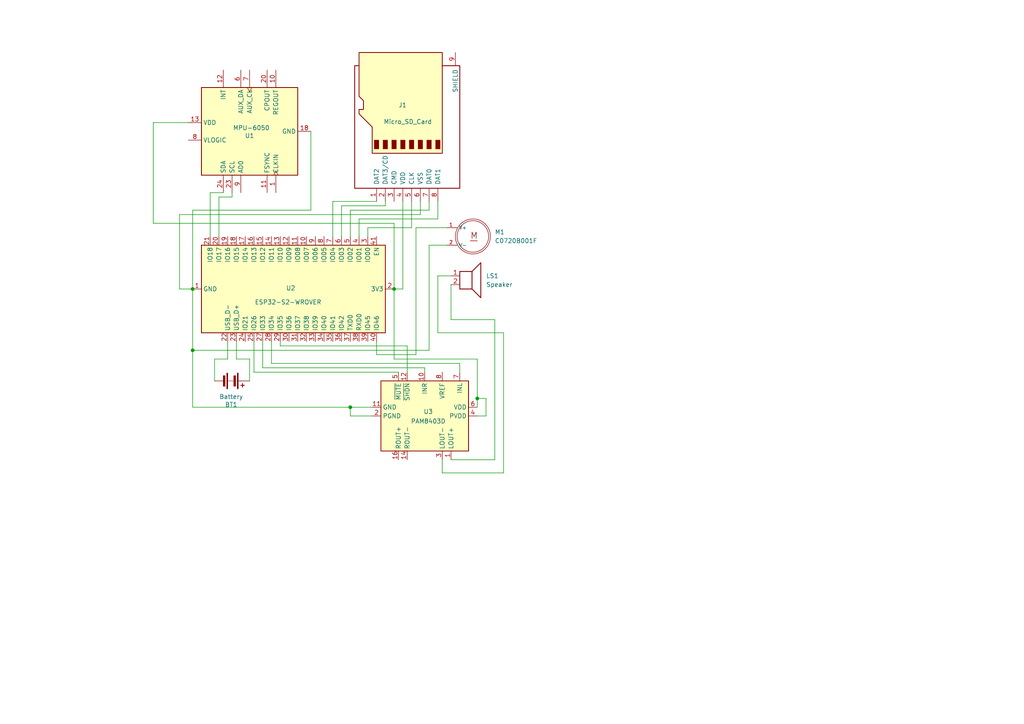
<source format=kicad_sch>
(kicad_sch (version 20231120) (generator "eeschema") (generator_version "8.0")
  (paper "A4")
  (title_block (title "Circuit Diagram : Nbytes") (date "18/9/2024"))
  (lib_symbols
    (symbol "Amplifier_Audio:PAM8403D"
      (property "Reference" "U" (at 1.27 16.51 0))
      (property "Value" "PAM8403D" (at 6.096 14.224 0))
      (symbol "PAM8403D_0_1"
        (rectangle (start -10.16 12.7) (end 10.16 -12.7) (stroke (width 0.254)) (fill (type background)))
      )
      (symbol "PAM8403D_1_1"
        (pin output line (at 12.7 7.62 180) (length 2.54) (name "LOUT+") (number "1"))
        (pin input line (at -12.7 0 0) (length 2.54) (name "INR") (number "10"))
        (pin power_in line (at -2.54 -15.24 90) (length 2.54) (name "GND") (number "11"))
        (pin input line (at -12.7 -5.08 0) (length 2.54) (name "~{SHDN}") (number "12"))
        (pin passive line (at 0 15.24 270) (length 2.54) hide (name "PVDD") (number "13"))
        (pin output line (at 12.7 -5.08 180) (length 2.54) (name "ROUT-") (number "14"))
        (pin passive line (at 0 -15.24 90) (length 2.54) hide (name "PGND") (number "15"))
        (pin output line (at 12.7 -7.62 180) (length 2.54) (name "ROUT+") (number "16"))
        (pin power_in line (at 0 -15.24 90) (length 2.54) (name "PGND") (number "2"))
        (pin output line (at 12.7 5.08 180) (length 2.54) (name "LOUT-") (number "3"))
        (pin power_in line (at 0 15.24 270) (length 2.54) (name "PVDD") (number "4"))
        (pin input line (at -12.7 -7.62 0) (length 2.54) (name "~{MUTE}") (number "5"))
        (pin power_in line (at -2.54 15.24 270) (length 2.54) (name "VDD") (number "6"))
        (pin input line (at -12.7 10.16 0) (length 2.54) (name "INL") (number "7"))
        (pin input line (at -12.7 5.08 0) (length 2.54) (name "VREF") (number "8"))
        (pin no_connect line (at 10.16 -10.16 180) (length 2.54) hide (name "NC") (number "9"))
      )
    )
    (symbol "C0720B001F:C0720B001F" (pin_names (offset 1.016))
      (property "Reference" "M" (at -6.3725 6.5 0))
      (property "Value" "C0720B001F" (at -5.5952 -9.0285 0))
      (symbol "C0720B001F_0_0"
        (polyline (pts (xy -5.08 2.54) (xy -4.572 2.54)) (stroke (width 0.1524)))
        (polyline (pts (xy -4.572 -2.54) (xy -5.08 -2.54)) (stroke (width 0.1524)))
        (polyline (pts (xy -0.762 -1.27) (xy 1.27 -1.27)) (stroke (width 0.1524)))
        (circle (center 0 0) (radius 4.572) (stroke (width 0.1524)))
        (circle (center 0 0) (radius 5.08) (stroke (width 0.1524)))
        (text "M" (at -0.7635 -0.7635 0) (effects (font (size 1.7815 1.7815)) (justify left bottom)))
        (pin power_in line (at -7.62 2.54 0) (length 2.54) (name "V+") (number "1"))
        (pin power_in line (at -7.62 -2.54 0) (length 2.54) (name "V-") (number "2"))
      )
    )
    (symbol "Connector:Micro_SD_Card" (pin_names (offset 1.016))
      (property "Reference" "J" (at -16.51 15.24 0))
      (property "Value" "Micro_SD_Card" (at 16.51 15.24 0))
      (symbol "Micro_SD_Card_0_1"
        (rectangle (start -7.62 -9.525) (end -5.08 -10.795) (fill (type outline)))
        (rectangle (start -7.62 -6.985) (end -5.08 -8.255) (fill (type outline)))
        (rectangle (start -7.62 -4.445) (end -5.08 -5.715) (fill (type outline)))
        (rectangle (start -7.62 -1.905) (end -5.08 -3.175) (fill (type outline)))
        (rectangle (start -7.62 0.635) (end -5.08 -0.635) (fill (type outline)))
        (rectangle (start -7.62 3.175) (end -5.08 1.905) (fill (type outline)))
        (rectangle (start -7.62 5.715) (end -5.08 4.445) (fill (type outline)))
        (rectangle (start -7.62 8.255) (end -5.08 6.985) (fill (type outline)))
        (polyline (pts (xy 16.51 12.7) (xy 16.51 13.97) (xy -19.05 13.97) (xy -19.05 -16.51) (xy 16.51 -16.51) (xy 16.51 -11.43)) (stroke (width 0.254)))
        (polyline (pts (xy -8.89 -11.43) (xy -8.89 8.89) (xy -1.27 8.89) (xy 2.54 12.7) (xy 3.81 12.7) (xy 3.81 11.43) (xy 6.35 11.43) (xy 7.62 12.7) (xy 20.32 12.7) (xy 20.32 -11.43) (xy -8.89 -11.43)) (stroke (width 0.254)) (fill (type background)))
      )
      (symbol "Micro_SD_Card_1_1"
        (pin bidirectional line (at -22.86 7.62 0) (length 3.81) (name "DAT2") (number "1"))
        (pin bidirectional line (at -22.86 5.08 0) (length 3.81) (name "DAT3/CD") (number "2"))
        (pin input line (at -22.86 2.54 0) (length 3.81) (name "CMD") (number "3"))
        (pin power_in line (at -22.86 0 0) (length 3.81) (name "VDD") (number "4"))
        (pin input line (at -22.86 -2.54 0) (length 3.81) (name "CLK") (number "5"))
        (pin power_in line (at -22.86 -5.08 0) (length 3.81) (name "VSS") (number "6"))
        (pin bidirectional line (at -22.86 -7.62 0) (length 3.81) (name "DAT0") (number "7"))
        (pin bidirectional line (at -22.86 -10.16 0) (length 3.81) (name "DAT1") (number "8"))
        (pin passive line (at 20.32 -15.24 180) (length 3.81) (name "SHIELD") (number "9"))
      )
    )
    (symbol "Device:Battery" (pin_numbers hide) (pin_names (offset 0) hide)
      (property "Reference" "BT" (at 2.54 2.54 0))
      (property "Value" "Battery" (at 2.54 0 0))
      (symbol "Battery_0_1"
        (rectangle (start -2.286 -1.27) (end 2.286 -1.524) (fill (type outline)))
        (rectangle (start -2.286 1.778) (end 2.286 1.524) (fill (type outline)))
        (rectangle (start -1.524 -2.032) (end 1.524 -2.54) (fill (type outline)))
        (rectangle (start -1.524 1.016) (end 1.524 0.508) (fill (type outline)))
        (polyline (pts (xy 0 -1.016) (xy 0 -0.762)))
        (polyline (pts (xy 0 -0.508) (xy 0 -0.254)))
        (polyline (pts (xy 0 0) (xy 0 0.254)))
        (polyline (pts (xy 0 1.778) (xy 0 2.54)))
        (polyline (pts (xy 0.762 3.048) (xy 1.778 3.048)) (stroke (width 0.254)))
        (polyline (pts (xy 1.27 3.556) (xy 1.27 2.54)) (stroke (width 0.254)))
      )
      (symbol "Battery_1_1"
        (pin passive line (at 0 5.08 270) (length 2.54) (name "+") (number "1"))
        (pin passive line (at 0 -5.08 90) (length 2.54) (name "-") (number "2"))
      )
    )
    (symbol "Device:Speaker" (pin_names (offset 0) hide)
      (property "Reference" "LS" (at 1.27 5.715 0))
      (property "Value" "Speaker" (at 1.27 3.81 0))
      (symbol "Speaker_0_0"
        (rectangle (start -2.54 1.27) (end 1.016 -3.81) (stroke (width 0.254)))
        (polyline (pts (xy 1.016 1.27) (xy 3.556 3.81) (xy 3.556 -6.35) (xy 1.016 -3.81)) (stroke (width 0.254)))
      )
      (symbol "Speaker_1_1"
        (pin input line (at -5.08 0 0) (length 2.54) (name "1") (number "1"))
        (pin input line (at -5.08 -2.54 0) (length 2.54) (name "2") (number "2"))
      )
    )
    (symbol "RF_Module:ESP32-S2-WROVER"
      (property "Reference" "U" (at -12.7 29.21 0))
      (property "Value" "ESP32-S2-WROVER" (at 2.54 29.21 0))
      (symbol "ESP32-S2-WROVER_0_1"
        (rectangle (start -12.7 27.94) (end 12.7 -25.4) (stroke (width 0.254)) (fill (type background)))
      )
      (symbol "ESP32-S2-WROVER_1_1"
        (pin power_in line (at 0 -27.94 90) (length 2.54) (name "GND") (number "1"))
        (pin bidirectional line (at -15.24 5.08 0) (length 2.54) (name "IO07") (number "10"))
        (pin bidirectional line (at -15.24 2.54 0) (length 2.54) (name "IO08") (number "11"))
        (pin bidirectional line (at -15.24 0 0) (length 2.54) (name "IO09") (number "12"))
        (pin bidirectional line (at -15.24 -2.54 0) (length 2.54) (name "IO10") (number "13"))
        (pin bidirectional line (at -15.24 -5.08 0) (length 2.54) (name "IO11") (number "14"))
        (pin bidirectional line (at -15.24 -7.62 0) (length 2.54) (name "IO12") (number "15"))
        (pin bidirectional line (at -15.24 -10.16 0) (length 2.54) (name "IO13") (number "16"))
        (pin bidirectional line (at -15.24 -12.7 0) (length 2.54) (name "IO14") (number "17"))
        (pin bidirectional line (at -15.24 -15.24 0) (length 2.54) (name "IO15") (number "18"))
        (pin bidirectional line (at -15.24 -17.78 0) (length 2.54) (name "IO16") (number "19"))
        (pin power_in line (at 0 30.48 270) (length 2.54) (name "3V3") (number "2"))
        (pin bidirectional line (at -15.24 -20.32 0) (length 2.54) (name "IO17") (number "20"))
        (pin bidirectional line (at -15.24 -22.86 0) (length 2.54) (name "IO18") (number "21"))
        (pin bidirectional line (at 15.24 -17.78 180) (length 2.54) (name "USB_D-") (number "22"))
        (pin bidirectional line (at 15.24 -15.24 180) (length 2.54) (name "USB_D+") (number "23"))
        (pin bidirectional line (at 15.24 -12.7 180) (length 2.54) (name "IO21") (number "24"))
        (pin bidirectional line (at 15.24 -10.16 180) (length 2.54) (name "IO26") (number "25"))
        (pin passive line (at 0 -27.94 90) (length 2.54) hide (name "GND") (number "26"))
        (pin bidirectional line (at 15.24 -7.62 180) (length 2.54) (name "IO33") (number "27"))
        (pin bidirectional line (at 15.24 -5.08 180) (length 2.54) (name "IO34") (number "28"))
        (pin bidirectional line (at 15.24 -2.54 180) (length 2.54) (name "IO35") (number "29"))
        (pin bidirectional line (at -15.24 22.86 0) (length 2.54) (name "IO00") (number "3"))
        (pin bidirectional line (at 15.24 0 180) (length 2.54) (name "IO36") (number "30"))
        (pin bidirectional line (at 15.24 2.54 180) (length 2.54) (name "IO37") (number "31"))
        (pin bidirectional line (at 15.24 5.08 180) (length 2.54) (name "IO38") (number "32"))
        (pin bidirectional line (at 15.24 7.62 180) (length 2.54) (name "IO39") (number "33"))
        (pin bidirectional line (at 15.24 10.16 180) (length 2.54) (name "IO40") (number "34"))
        (pin bidirectional line (at 15.24 12.7 180) (length 2.54) (name "IO41") (number "35"))
        (pin bidirectional line (at 15.24 15.24 180) (length 2.54) (name "IO42") (number "36"))
        (pin bidirectional line (at 15.24 17.78 180) (length 2.54) (name "TXD0") (number "37"))
        (pin bidirectional line (at 15.24 20.32 180) (length 2.54) (name "RXD0") (number "38"))
        (pin bidirectional line (at 15.24 22.86 180) (length 2.54) (name "IO45") (number "39"))
        (pin bidirectional line (at -15.24 20.32 0) (length 2.54) (name "IO01") (number "4"))
        (pin input line (at 15.24 25.4 180) (length 2.54) (name "IO46") (number "40"))
        (pin input line (at -15.24 25.4 0) (length 2.54) (name "EN") (number "41"))
        (pin passive line (at 0 -27.94 90) (length 2.54) hide (name "GND") (number "42"))
        (pin passive line (at 0 -27.94 90) (length 2.54) hide (name "GND") (number "43"))
        (pin bidirectional line (at -15.24 17.78 0) (length 2.54) (name "IO02") (number "5"))
        (pin bidirectional line (at -15.24 15.24 0) (length 2.54) (name "IO03") (number "6"))
        (pin bidirectional line (at -15.24 12.7 0) (length 2.54) (name "IO04") (number "7"))
        (pin bidirectional line (at -15.24 10.16 0) (length 2.54) (name "IO05") (number "8"))
        (pin bidirectional line (at -15.24 7.62 0) (length 2.54) (name "IO06") (number "9"))
      )
    )
    (symbol "Sensor_Motion:MPU-6050"
      (property "Reference" "U" (at -11.43 13.97 0))
      (property "Value" "MPU-6050" (at 7.62 -15.24 0))
      (symbol "MPU-6050_0_0"
        (text "" (at 12.7 -2.54 0) (effects (font (size 1.27 1.27))))
      )
      (symbol "MPU-6050_0_1"
        (rectangle (start -12.7 13.97) (end 12.7 -13.97) (stroke (width 0.254)) (fill (type background)))
      )
      (symbol "MPU-6050_1_1"
        (pin input clock (at -17.78 -7.62 0) (length 5.08) (name "CLKIN") (number "1"))
        (pin passive line (at 17.78 -7.62 180) (length 5.08) (name "REGOUT") (number "10"))
        (pin input line (at -17.78 -5.08 0) (length 5.08) (name "FSYNC") (number "11"))
        (pin output line (at 17.78 7.62 180) (length 5.08) (name "INT") (number "12"))
        (pin power_in line (at 2.54 17.78 270) (length 3.81) (name "VDD") (number "13"))
        (pin no_connect line (at -12.7 -10.16 0) (length 2.54) hide (name "NC") (number "14"))
        (pin no_connect line (at 12.7 12.7 180) (length 2.54) hide (name "NC") (number "15"))
        (pin no_connect line (at 12.7 10.16 180) (length 2.54) hide (name "NC") (number "16"))
        (pin no_connect line (at 12.7 5.08 180) (length 2.54) hide (name "NC") (number "17"))
        (pin power_in line (at 0 -17.78 90) (length 3.81) (name "GND") (number "18"))
        (pin no_connect line (at 12.7 -10.16 180) (length 2.54) hide (name "RESV") (number "19"))
        (pin no_connect line (at -12.7 12.7 0) (length 2.54) hide (name "NC") (number "2"))
        (pin passive line (at 17.78 -5.08 180) (length 5.08) (name "CPOUT") (number "20"))
        (pin no_connect line (at 12.7 -2.54 180) (length 2.54) hide (name "RESV") (number "21"))
        (pin no_connect line (at 12.7 -12.7 180) (length 2.54) hide (name "RESV") (number "22"))
        (pin input line (at -17.78 5.08 0) (length 5.08) (name "SCL") (number "23"))
        (pin bidirectional line (at -17.78 7.62 0) (length 5.08) (name "SDA") (number "24"))
        (pin no_connect line (at -12.7 10.16 0) (length 2.54) hide (name "NC") (number "3"))
        (pin no_connect line (at -12.7 0 0) (length 2.54) hide (name "NC") (number "4"))
        (pin no_connect line (at -12.7 -2.54 0) (length 2.54) hide (name "NC") (number "5"))
        (pin bidirectional line (at 17.78 2.54 180) (length 5.08) (name "AUX_DA") (number "6"))
        (pin output clock (at 17.78 0 180) (length 5.08) (name "AUX_CL") (number "7"))
        (pin power_in line (at -2.54 17.78 270) (length 3.81) (name "VLOGIC") (number "8"))
        (pin input line (at -17.78 2.54 0) (length 5.08) (name "AD0") (number "9"))
      )
    )
  )
  (junction (at 114.3 83.82))
  (junction (at 55.88 101.6))
  (junction (at 101.6 118.11))
  (junction (at 55.88 83.82))
  (junction (at 138.43 115.57))
  (wire (pts (xy 123.19 106.68) (xy 76.2 106.68)))
  (wire (pts (xy 107.95 120.65) (xy 101.6 120.65)))
  (wire (pts (xy 52.07 62.23) (xy 52.07 83.82)))
  (wire (pts (xy 118.11 107.95) (xy 118.11 100.33)))
  (wire (pts (xy 118.11 100.33) (xy 81.28 100.33)))
  (wire (pts (xy 130.81 92.71) (xy 130.81 82.55)))
  (wire (pts (xy 114.3 104.14) (xy 138.43 104.14)))
  (wire (pts (xy 66.04 104.14) (xy 66.04 99.06)))
  (wire (pts (xy 124.46 60.96) (xy 101.6 60.96)))
  (wire (pts (xy 124.46 58.42) (xy 124.46 60.96)))
  (wire (pts (xy 90.17 38.1) (xy 90.17 60.96)))
  (wire (pts (xy 120.65 102.87) (xy 109.22 102.87)))
  (wire (pts (xy 109.22 58.42) (xy 96.52 58.42)))
  (wire (pts (xy 55.88 60.96) (xy 55.88 83.82)))
  (wire (pts (xy 130.81 133.35) (xy 143.51 133.35)))
  (wire (pts (xy 140.97 115.57) (xy 138.43 115.57)))
  (wire (pts (xy 130.81 80.01) (xy 127 80.01)))
  (wire (pts (xy 115.57 107.95) (xy 73.66 107.95)))
  (wire (pts (xy 124.46 101.6) (xy 124.46 71.12)))
  (wire (pts (xy 60.96 55.88) (xy 60.96 68.58)))
  (wire (pts (xy 78.74 105.41) (xy 78.74 99.06)))
  (wire (pts (xy 55.88 83.82) (xy 55.88 101.6)))
  (wire (pts (xy 101.6 118.11) (xy 55.88 118.11)))
  (wire (pts (xy 124.46 71.12) (xy 129.54 71.12)))
  (wire (pts (xy 127 80.01) (xy 127 96.52)))
  (wire (pts (xy 114.3 64.77) (xy 114.3 83.82)))
  (wire (pts (xy 99.06 59.69) (xy 99.06 68.58)))
  (wire (pts (xy 67.31 55.88) (xy 67.31 57.15)))
  (wire (pts (xy 127 58.42) (xy 127 63.5)))
  (wire (pts (xy 143.51 92.71) (xy 130.81 92.71)))
  (wire (pts (xy 96.52 58.42) (xy 96.52 68.58)))
  (wire (pts (xy 129.54 66.04) (xy 120.65 66.04)))
  (wire (pts (xy 68.58 104.14) (xy 68.58 99.06)))
  (wire (pts (xy 123.19 107.95) (xy 123.19 106.68)))
  (wire (pts (xy 138.43 120.65) (xy 140.97 120.65)))
  (wire (pts (xy 106.68 66.04) (xy 106.68 68.58)))
  (wire (pts (xy 138.43 104.14) (xy 138.43 115.57)))
  (wire (pts (xy 67.31 57.15) (xy 63.5 57.15)))
  (wire (pts (xy 63.5 57.15) (xy 63.5 68.58)))
  (wire (pts (xy 44.45 64.77) (xy 114.3 64.77)))
  (wire (pts (xy 62.23 110.49) (xy 62.23 104.14)))
  (wire (pts (xy 146.05 96.52) (xy 146.05 137.16)))
  (wire (pts (xy 121.92 58.42) (xy 121.92 62.23)))
  (wire (pts (xy 127 96.52) (xy 146.05 96.52)))
  (wire (pts (xy 52.07 83.82) (xy 55.88 83.82)))
  (wire (pts (xy 44.45 35.56) (xy 44.45 64.77)))
  (wire (pts (xy 116.84 83.82) (xy 114.3 83.82)))
  (wire (pts (xy 104.14 63.5) (xy 104.14 68.58)))
  (wire (pts (xy 121.92 62.23) (xy 52.07 62.23)))
  (wire (pts (xy 62.23 104.14) (xy 66.04 104.14)))
  (wire (pts (xy 128.27 137.16) (xy 128.27 133.35)))
  (wire (pts (xy 116.84 58.42) (xy 116.84 83.82)))
  (wire (pts (xy 55.88 101.6) (xy 55.88 118.11)))
  (wire (pts (xy 55.88 101.6) (xy 124.46 101.6)))
  (wire (pts (xy 140.97 120.65) (xy 140.97 115.57)))
  (wire (pts (xy 114.3 83.82) (xy 114.3 104.14)))
  (wire (pts (xy 90.17 60.96) (xy 55.88 60.96)))
  (wire (pts (xy 138.43 115.57) (xy 138.43 118.11)))
  (wire (pts (xy 111.76 59.69) (xy 99.06 59.69)))
  (wire (pts (xy 73.66 107.95) (xy 73.66 99.06)))
  (wire (pts (xy 146.05 137.16) (xy 128.27 137.16)))
  (wire (pts (xy 109.22 102.87) (xy 109.22 99.06)))
  (wire (pts (xy 81.28 100.33) (xy 81.28 99.06)))
  (wire (pts (xy 72.39 104.14) (xy 68.58 104.14)))
  (wire (pts (xy 120.65 66.04) (xy 120.65 102.87)))
  (wire (pts (xy 119.38 66.04) (xy 106.68 66.04)))
  (wire (pts (xy 111.76 58.42) (xy 111.76 59.69)))
  (wire (pts (xy 101.6 120.65) (xy 101.6 118.11)))
  (wire (pts (xy 101.6 60.96) (xy 101.6 68.58)))
  (wire (pts (xy 133.35 105.41) (xy 78.74 105.41)))
  (wire (pts (xy 119.38 58.42) (xy 119.38 66.04)))
  (wire (pts (xy 76.2 106.68) (xy 76.2 99.06)))
  (wire (pts (xy 72.39 110.49) (xy 72.39 104.14)))
  (wire (pts (xy 127 63.5) (xy 104.14 63.5)))
  (wire (pts (xy 64.77 55.88) (xy 60.96 55.88)))
  (wire (pts (xy 107.95 118.11) (xy 101.6 118.11)))
  (wire (pts (xy 54.61 35.56) (xy 44.45 35.56)))
  (wire (pts (xy 143.51 133.35) (xy 143.51 92.71)))
  (wire (pts (xy 133.35 107.95) (xy 133.35 105.41)))
  (symbol (lib_id "Device:Battery") (at 67.31 110.49 270) (unit 1)
    (property "Reference" "BT1" (at 67.056 117.348 90))
    (property "Value" "Battery" (at 67.056 115.062 90))
    (property "Description" "Multiple-cell battery" (effects (hide yes)))
  )
  (symbol (lib_id "Sensor_Motion:MPU-6050") (at 72.39 38.1 90) (unit 1)
    (property "Reference" "U1" (at 72.39 39.37 90))
    (property "Value" "MPU-6050" (at 72.898 37.084 90))
    (property "Footprint" "Sensor_Motion:InvenSense_QFN-24_4x4mm_P0.5mm" (effects (hide yes)))
    (property "Datasheet" "https://invensense.tdk.com/wp-content/uploads/2015/02/MPU-6000-Datasheet1.pdf" (effects (hide yes)))
    (property "Description" "InvenSense 6-Axis Motion Sensor, Gyroscope, Accelerometer, I2C" (effects (hide yes)))
  )
  (symbol (lib_id "Connector:Micro_SD_Card") (at 116.84 35.56 90) (unit 1)
    (property "Reference" "J1" (at 115.57 30.48 90) (effects (justify right)))
    (property "Value" "Micro_SD_Card" (at 111.252 35.306 90) (effects (justify right)))
    (property "Datasheet" "http://katalog.we-online.de/em/datasheet/693072010801.pdf" (effects (hide yes)))
    (property "Description" "Micro SD Card Socket" (effects (hide yes)))
  )
  (symbol (lib_id "Device:Speaker") (at 135.89 80.01 0) (unit 1)
    (property "Reference" "LS1" (at 140.97 80.0099 0) (effects (justify left)))
    (property "Value" "Speaker" (at 140.97 82.5499 0) (effects (justify left)))
    (property "Description" "Speaker" (effects (hide yes)))
  )
  (symbol (lib_id "C0720B001F:C0720B001F") (at 137.16 68.58 0) (unit 1)
    (property "Reference" "M1" (at 143.51 67.3099 0) (effects (justify left)))
    (property "Value" "C0720B001F" (at 143.51 69.8499 0) (effects (justify left)))
    (property "Footprint" "C0720B001F:XDCR_C0720B001F" (effects (hide yes)))
    (property "MF" "Jinlong Machinery" (effects (hide yes)))
    (property "Description_1" "\n- DC Motor Vibration, ERM 10000 RPM - - 3VDC\n" (effects (hide yes)))
    (property "Package" "None" (effects (hide yes)))
    (property "Price" "None" (effects (hide yes)))
    (property "SnapEDA_Link" "https://www.snapeda.com/parts/C0720B001F/Jinlong+Machinery+%2526+Electronics%252C+Inc./view-part/?ref=snap" (effects (hide yes)))
    (property "MP" "C0720B001F" (effects (hide yes)))
    (property "Availability" "Not in stock" (effects (hide yes)))
    (property "Check_prices" "https://www.snapeda.com/parts/C0720B001F/Jinlong+Machinery+%2526+Electronics%252C+Inc./view-part/?ref=eda" (effects (hide yes)))
  )
  (symbol (lib_id "RF_Module:ESP32-S2-WROVER") (at 83.82 83.82 270) (unit 1)
    (property "Reference" "U2" (at 84.328 83.566 90))
    (property "Value" "ESP32-S2-WROVER" (at 83.566 87.63 90))
    (property "Footprint" "RF_Module:ESP32-S2-WROVER" (effects (hide yes)))
    (property "Datasheet" "https://www.espressif.com/sites/default/files/documentation/esp32-s2-wroom_esp32-s2-wroom-i_datasheet_en.pdf" (effects (hide yes)))
    (property "Description" "RF Module, ESP32-D0WDQ6 SoC, Wi-Fi 802.11b/g/n, 32-bit, 2.7-3.6V, onboard antenna, SMD" (effects (hide yes)))
  )
  (symbol (lib_id "Amplifier_Audio:PAM8403D") (at 123.19 120.65 270) (unit 1)
    (property "Reference" "U3" (at 124.206 119.38 90))
    (property "Value" "PAM8403D" (at 124.206 122.174 90))
    (property "Footprint" "Package_SO:SOP-16_3.9x9.9mm_P1.27mm" (effects (hide yes)))
    (property "Datasheet" "https://www.diodes.com/assets/Datasheets/products_inactive_data/PAM8403.pdf" (effects (hide yes)))
    (property "Description" "3W Filterless Class-D Stereo Audio Amplifier, SOP-16" (effects (hide yes)))
  )
)
</source>
